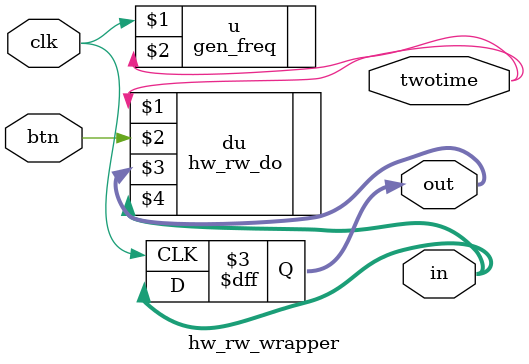
<source format=v>
`timescale 1ns / 1ps

module hw_rw_wrapper(clk,btn,out,in,twotime);

input clk,btn;
output reg [1:0] out=0;

output twotime;

gen_freq #(.times(2)) u(clk,twotime);

output [1:0] in;
hw_rw_do du(twotime,btn,out,in);

always @(posedge clk)
    out = in;

endmodule

</source>
